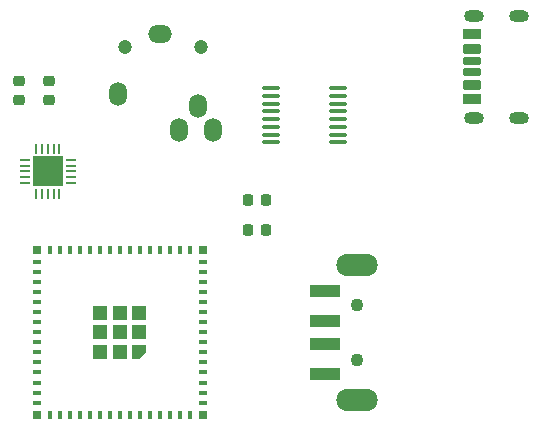
<source format=gbr>
%TF.GenerationSoftware,KiCad,Pcbnew,8.0.4*%
%TF.CreationDate,2024-08-12T23:01:29-04:00*%
%TF.ProjectId,SAMD21_MIDI_SPEAKER,53414d44-3231-45f4-9d49-44495f535045,rev?*%
%TF.SameCoordinates,Original*%
%TF.FileFunction,Soldermask,Top*%
%TF.FilePolarity,Negative*%
%FSLAX46Y46*%
G04 Gerber Fmt 4.6, Leading zero omitted, Abs format (unit mm)*
G04 Created by KiCad (PCBNEW 8.0.4) date 2024-08-12 23:01:29*
%MOMM*%
%LPD*%
G01*
G04 APERTURE LIST*
G04 Aperture macros list*
%AMRoundRect*
0 Rectangle with rounded corners*
0 $1 Rounding radius*
0 $2 $3 $4 $5 $6 $7 $8 $9 X,Y pos of 4 corners*
0 Add a 4 corners polygon primitive as box body*
4,1,4,$2,$3,$4,$5,$6,$7,$8,$9,$2,$3,0*
0 Add four circle primitives for the rounded corners*
1,1,$1+$1,$2,$3*
1,1,$1+$1,$4,$5*
1,1,$1+$1,$6,$7*
1,1,$1+$1,$8,$9*
0 Add four rect primitives between the rounded corners*
20,1,$1+$1,$2,$3,$4,$5,0*
20,1,$1+$1,$4,$5,$6,$7,0*
20,1,$1+$1,$6,$7,$8,$9,0*
20,1,$1+$1,$8,$9,$2,$3,0*%
%AMFreePoly0*
4,1,6,0.600000,-0.600000,-0.600000,-0.600000,-0.600000,0.000000,0.000000,0.600000,0.600000,0.600000,0.600000,-0.600000,0.600000,-0.600000,$1*%
G04 Aperture macros list end*
%ADD10RoundRect,0.175000X0.625000X-0.175000X0.625000X0.175000X-0.625000X0.175000X-0.625000X-0.175000X0*%
%ADD11RoundRect,0.200000X0.600000X-0.200000X0.600000X0.200000X-0.600000X0.200000X-0.600000X-0.200000X0*%
%ADD12RoundRect,0.225000X0.575000X-0.225000X0.575000X0.225000X-0.575000X0.225000X-0.575000X-0.225000X0*%
%ADD13O,1.700000X1.000000*%
%ADD14C,1.200000*%
%ADD15O,2.000000X1.500000*%
%ADD16O,1.500000X2.000000*%
%ADD17O,3.500000X1.900000*%
%ADD18R,2.500000X1.100000*%
%ADD19C,1.100000*%
%ADD20RoundRect,0.218750X0.256250X-0.218750X0.256250X0.218750X-0.256250X0.218750X-0.256250X-0.218750X0*%
%ADD21RoundRect,0.225000X-0.225000X-0.250000X0.225000X-0.250000X0.225000X0.250000X-0.225000X0.250000X0*%
%ADD22R,0.800000X0.400000*%
%ADD23R,0.400000X0.800000*%
%ADD24FreePoly0,180.000000*%
%ADD25R,1.200000X1.200000*%
%ADD26R,0.800000X0.800000*%
%ADD27RoundRect,0.062500X-0.350000X-0.062500X0.350000X-0.062500X0.350000X0.062500X-0.350000X0.062500X0*%
%ADD28RoundRect,0.062500X-0.062500X-0.350000X0.062500X-0.350000X0.062500X0.350000X-0.062500X0.350000X0*%
%ADD29R,2.500000X2.500000*%
%ADD30RoundRect,0.100000X-0.637500X-0.100000X0.637500X-0.100000X0.637500X0.100000X-0.637500X0.100000X0*%
G04 APERTURE END LIST*
D10*
%TO.C,P1*%
X191320000Y-56000000D03*
D11*
X191320000Y-53980000D03*
D12*
X191320000Y-52750000D03*
D10*
X191320000Y-55000000D03*
D11*
X191320000Y-57020000D03*
D12*
X191320000Y-58250000D03*
D13*
X191500000Y-59820000D03*
X195300000Y-59820000D03*
X191500000Y-51180000D03*
X195300000Y-51180000D03*
%TD*%
D14*
%TO.C,J2*%
X168400000Y-53850000D03*
X161900000Y-53850000D03*
D15*
X164900000Y-52750000D03*
D16*
X166500000Y-60850000D03*
X161300000Y-57850000D03*
X168100000Y-58850000D03*
X169400000Y-60850000D03*
%TD*%
D17*
%TO.C,J1*%
X181600000Y-83700000D03*
X181600000Y-72300000D03*
D18*
X178850000Y-81500000D03*
X178850000Y-79000000D03*
X178850000Y-77000000D03*
X178850000Y-74500000D03*
D19*
X181600000Y-80300000D03*
X181600000Y-75700000D03*
%TD*%
D20*
%TO.C,D2*%
X155500000Y-58287500D03*
X155500000Y-56712500D03*
%TD*%
%TO.C,D1*%
X152910000Y-58287500D03*
X152910000Y-56712500D03*
%TD*%
D21*
%TO.C,C2*%
X172325000Y-69322500D03*
X173875000Y-69322500D03*
%TD*%
%TO.C,C1*%
X172325000Y-66812500D03*
X173875000Y-66812500D03*
%TD*%
D22*
%TO.C,U4*%
X168500000Y-83950000D03*
X168500000Y-83100000D03*
X168500000Y-82250000D03*
X168500000Y-81400000D03*
X168500000Y-80550000D03*
X168500000Y-79700000D03*
X168500000Y-78850000D03*
X168500000Y-78000000D03*
X168500000Y-77150000D03*
X168500000Y-76300000D03*
X168500000Y-75450000D03*
X168500000Y-74600000D03*
X168500000Y-73750000D03*
X168500000Y-72900000D03*
X168500000Y-72050000D03*
D23*
X167450000Y-71000000D03*
X166600000Y-71000000D03*
X165750000Y-71000000D03*
X164900000Y-71000000D03*
X164050000Y-71000000D03*
X163200000Y-71000000D03*
X162350000Y-71000000D03*
X161500000Y-71000000D03*
X160650000Y-71000000D03*
X159800000Y-71000000D03*
X158950000Y-71000000D03*
X158100000Y-71000000D03*
X157250000Y-71000000D03*
X156400000Y-71000000D03*
X155550000Y-71000000D03*
D22*
X154500000Y-72050000D03*
X154500000Y-72900000D03*
X154500000Y-73750000D03*
X154500000Y-74600000D03*
X154500000Y-75450000D03*
X154500000Y-76300000D03*
X154500000Y-77150000D03*
X154500000Y-78000000D03*
X154500000Y-78850000D03*
X154500000Y-79700000D03*
X154500000Y-80550000D03*
X154500000Y-81400000D03*
X154500000Y-82250000D03*
X154500000Y-83100000D03*
X154500000Y-83950000D03*
D23*
X155550000Y-85000000D03*
X156400000Y-85000000D03*
X157250000Y-85000000D03*
X158100000Y-85000000D03*
X158950000Y-85000000D03*
X159800000Y-85000000D03*
X160650000Y-85000000D03*
X161500000Y-85000000D03*
X162350000Y-85000000D03*
X163200000Y-85000000D03*
X164050000Y-85000000D03*
X164900000Y-85000000D03*
X165750000Y-85000000D03*
X166600000Y-85000000D03*
X167450000Y-85000000D03*
D24*
X163150000Y-79650000D03*
D25*
X163150000Y-78000000D03*
X163150000Y-76350000D03*
X161500000Y-79650000D03*
X161500000Y-78000000D03*
X161500000Y-76350000D03*
X159850000Y-79650000D03*
X159850000Y-78000000D03*
X159850000Y-76350000D03*
D26*
X168500000Y-85000000D03*
X168500000Y-71000000D03*
X154500000Y-71000000D03*
X154500000Y-85000000D03*
%TD*%
D27*
%TO.C,U3*%
X153437500Y-63375000D03*
X153437500Y-63875000D03*
X153437500Y-64375000D03*
X153437500Y-64875000D03*
X153437500Y-65375000D03*
D28*
X154375000Y-66312500D03*
X154875000Y-66312500D03*
X155375000Y-66312500D03*
X155875000Y-66312500D03*
X156375000Y-66312500D03*
D27*
X157312500Y-65375000D03*
X157312500Y-64875000D03*
X157312500Y-64375000D03*
X157312500Y-63875000D03*
X157312500Y-63375000D03*
D28*
X156375000Y-62437500D03*
X155875000Y-62437500D03*
X155375000Y-62437500D03*
X154875000Y-62437500D03*
X154375000Y-62437500D03*
D29*
X155375000Y-64375000D03*
%TD*%
D30*
%TO.C,U2*%
X174275000Y-57350000D03*
X174275000Y-58000000D03*
X174275000Y-58650000D03*
X174275000Y-59300000D03*
X174275000Y-59950000D03*
X174275000Y-60600000D03*
X174275000Y-61250000D03*
X174275000Y-61900000D03*
X180000000Y-61900000D03*
X180000000Y-61250000D03*
X180000000Y-60600000D03*
X180000000Y-59950000D03*
X180000000Y-59300000D03*
X180000000Y-58650000D03*
X180000000Y-58000000D03*
X180000000Y-57350000D03*
%TD*%
M02*

</source>
